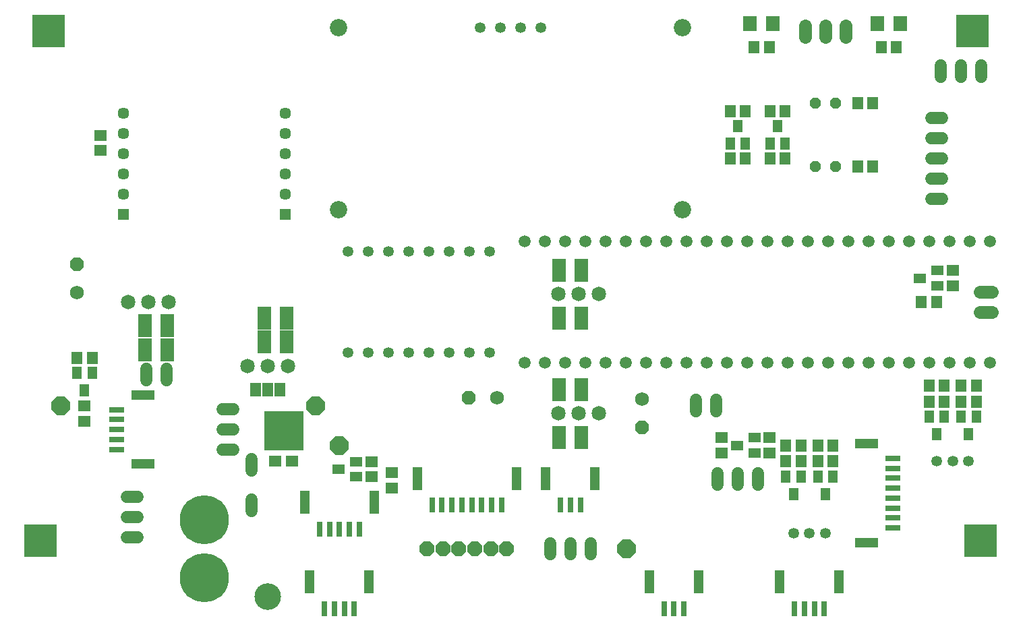
<source format=gbr>
G04 EAGLE Gerber RS-274X export*
G75*
%MOMM*%
%FSLAX34Y34*%
%LPD*%
%INSoldermask Top*%
%IPPOS*%
%AMOC8*
5,1,8,0,0,1.08239X$1,22.5*%
G01*
%ADD10C,3.350000*%
%ADD11C,1.515200*%
%ADD12C,1.650000*%
%ADD13R,1.450000X1.450000*%
%ADD14C,1.450000*%
%ADD15R,0.750000X1.850000*%
%ADD16R,1.150000X2.950000*%
%ADD17C,1.550000*%
%ADD18P,1.976877X8X202.500000*%
%ADD19C,1.350000*%
%ADD20R,1.750000X1.953000*%
%ADD21R,1.450000X1.650000*%
%ADD22C,1.566000*%
%ADD23R,1.850000X0.750000*%
%ADD24R,2.950000X1.150000*%
%ADD25C,2.182000*%
%ADD26C,6.150000*%
%ADD27R,4.950000X4.870000*%
%ADD28R,1.550000X1.420000*%
%ADD29C,1.826400*%
%ADD30R,1.650000X1.450000*%
%ADD31R,1.318400X1.750200*%
%ADD32P,1.894399X8X112.500000*%
%ADD33C,1.750200*%
%ADD34R,1.550000X1.150000*%
%ADD35R,1.150000X1.550000*%
%ADD36P,1.894399X8X202.500000*%
%ADD37P,1.894399X8X292.500000*%
%ADD38R,1.750000X2.850000*%
%ADD39P,1.475081X8X202.500000*%
%ADD40P,2.499239X8X22.500000*%
%ADD41R,4.110000X4.110000*%


D10*
X310000Y40000D03*
D11*
X1217100Y486200D03*
X1191700Y486200D03*
X1166300Y486200D03*
X1140900Y486200D03*
X1115500Y486200D03*
X1090100Y486200D03*
X1064700Y486200D03*
X1039300Y486200D03*
X1013900Y486200D03*
X988500Y486200D03*
X963100Y486200D03*
X937700Y486200D03*
X912300Y486200D03*
X886900Y486200D03*
X836100Y486200D03*
X810700Y486200D03*
X785300Y486200D03*
X759900Y486200D03*
X886900Y333800D03*
X912300Y333800D03*
X937700Y333800D03*
X963100Y333800D03*
X988500Y333800D03*
X1013900Y333800D03*
X1039300Y333800D03*
X1064700Y333800D03*
X1090100Y333800D03*
X1115500Y333800D03*
X1140900Y333800D03*
X1166300Y333800D03*
X1191700Y333800D03*
X1217100Y333800D03*
X861500Y486200D03*
X759900Y333800D03*
X785300Y333800D03*
X810700Y333800D03*
X836100Y333800D03*
X861500Y333800D03*
X734500Y486200D03*
X709100Y486200D03*
X683700Y486200D03*
X658300Y486200D03*
X632900Y486200D03*
X632900Y333800D03*
X734500Y333800D03*
X709100Y333800D03*
X683700Y333800D03*
X658300Y333800D03*
D12*
X1204400Y422700D02*
X1219400Y422700D01*
X1219400Y397300D02*
X1204400Y397300D01*
D13*
X331600Y520000D03*
D14*
X331600Y545400D03*
D13*
X128400Y520000D03*
D14*
X331600Y647000D03*
X128400Y647000D03*
X331600Y570800D03*
X128400Y596200D03*
X128400Y621600D03*
X331600Y596200D03*
X331600Y621600D03*
X128400Y545400D03*
X128400Y570800D03*
D15*
X418750Y25000D03*
X406250Y25000D03*
D16*
X362750Y58500D03*
X437250Y58500D03*
D15*
X393750Y25000D03*
X381250Y25000D03*
X1008750Y25000D03*
X996250Y25000D03*
D16*
X952750Y58500D03*
X1027250Y58500D03*
D15*
X983750Y25000D03*
X971250Y25000D03*
X832500Y25000D03*
X820000Y25000D03*
D16*
X789000Y58500D03*
X851000Y58500D03*
D15*
X807500Y25000D03*
D17*
X690000Y93000D02*
X690000Y107000D01*
X664600Y107000D02*
X664600Y93000D01*
X715400Y93000D02*
X715400Y107000D01*
X147000Y140000D02*
X133000Y140000D01*
X133000Y114600D02*
X147000Y114600D01*
X147000Y165400D02*
X133000Y165400D01*
D18*
X590000Y100000D03*
X570000Y100000D03*
X550000Y100000D03*
X530000Y100000D03*
X610000Y100000D03*
X510000Y100000D03*
D19*
X588900Y473500D03*
X563500Y473500D03*
X538100Y473500D03*
X512700Y473500D03*
X487300Y473500D03*
X461900Y473500D03*
X436500Y473500D03*
X411100Y473500D03*
X588900Y346500D03*
X563500Y346500D03*
X538100Y346500D03*
X512700Y346500D03*
X487300Y346500D03*
X461900Y346500D03*
X436500Y346500D03*
X411100Y346500D03*
D12*
X1035400Y742500D02*
X1035400Y757500D01*
X1010000Y757500D02*
X1010000Y742500D01*
X984600Y742500D02*
X984600Y757500D01*
D20*
X915780Y760000D03*
X944220Y760000D03*
X1104220Y760000D03*
X1075780Y760000D03*
D21*
X920500Y730000D03*
X939500Y730000D03*
X1080500Y730000D03*
X1099500Y730000D03*
D22*
X925400Y195180D02*
X925400Y181020D01*
X900000Y181020D02*
X900000Y195180D01*
X874600Y195180D02*
X874600Y181020D01*
D23*
X1095000Y213750D03*
X1095000Y201250D03*
D24*
X1061500Y107750D03*
X1061500Y232250D03*
D23*
X1095000Y188750D03*
X1095000Y176250D03*
X1095000Y163750D03*
X1095000Y151250D03*
X1095000Y138750D03*
X1095000Y126250D03*
D15*
X425000Y125000D03*
X412500Y125000D03*
D16*
X356500Y158500D03*
X443500Y158500D03*
D15*
X400000Y125000D03*
X387500Y125000D03*
X375000Y125000D03*
D23*
X120000Y225000D03*
X120000Y237500D03*
D24*
X153500Y293500D03*
X153500Y206500D03*
D23*
X120000Y250000D03*
X120000Y262500D03*
X120000Y275000D03*
D19*
X990000Y120000D03*
X1010000Y120000D03*
X970000Y120000D03*
D15*
X702500Y155000D03*
X690000Y155000D03*
D16*
X659000Y188500D03*
X721000Y188500D03*
D15*
X677500Y155000D03*
D25*
X399100Y754300D03*
X830900Y754300D03*
X399100Y525700D03*
X830900Y525700D03*
D19*
X576900Y754300D03*
X602300Y754300D03*
X627700Y754300D03*
X653100Y754300D03*
D26*
X230000Y136250D03*
X230000Y63750D03*
D15*
X603750Y155000D03*
X591250Y155000D03*
D16*
X497750Y188500D03*
X622250Y188500D03*
D15*
X578750Y155000D03*
X566250Y155000D03*
X553750Y155000D03*
X541250Y155000D03*
X528750Y155000D03*
X516250Y155000D03*
D27*
X330000Y248100D03*
D28*
X319600Y210000D03*
X340400Y210000D03*
D17*
X290000Y212400D02*
X290000Y198400D01*
X290000Y161600D02*
X290000Y147600D01*
D29*
X674600Y270000D03*
X700000Y270000D03*
X725400Y270000D03*
X674600Y420000D03*
X700000Y420000D03*
X725400Y420000D03*
X185400Y410000D03*
X160000Y410000D03*
X134600Y410000D03*
X335400Y330000D03*
X310000Y330000D03*
X284600Y330000D03*
D30*
X100000Y619500D03*
X100000Y600500D03*
D31*
X325240Y300000D03*
X310000Y300000D03*
X294760Y300000D03*
D32*
X70000Y457780D03*
D33*
X70000Y422220D03*
D34*
X1129000Y440000D03*
X1151000Y449500D03*
X1151000Y430500D03*
D30*
X1170000Y430500D03*
X1170000Y449500D03*
D21*
X1149500Y410000D03*
X1130500Y410000D03*
D35*
X80000Y299000D03*
X70500Y321000D03*
X89500Y321000D03*
D21*
X89500Y340000D03*
X70500Y340000D03*
D30*
X80000Y260500D03*
X80000Y279500D03*
D34*
X399000Y200000D03*
X421000Y209500D03*
X421000Y190500D03*
D30*
X440000Y190500D03*
X440000Y209500D03*
X466000Y176500D03*
X466000Y195500D03*
D35*
X900000Y631000D03*
X909500Y609000D03*
X890500Y609000D03*
D21*
X890500Y590000D03*
X909500Y590000D03*
X909500Y650000D03*
X890500Y650000D03*
D35*
X950000Y631000D03*
X959500Y609000D03*
X940500Y609000D03*
D21*
X940500Y590000D03*
X959500Y590000D03*
X940500Y650000D03*
X959500Y650000D03*
D36*
X562220Y290000D03*
D33*
X597780Y290000D03*
D35*
X1010000Y169000D03*
X1000500Y191000D03*
X1019500Y191000D03*
D37*
X780000Y252220D03*
D33*
X780000Y287780D03*
D21*
X1019500Y210000D03*
X1000500Y210000D03*
X1000500Y230000D03*
X1019500Y230000D03*
D35*
X970000Y169000D03*
X960500Y191000D03*
X979500Y191000D03*
D21*
X979500Y210000D03*
X960500Y210000D03*
X960500Y230000D03*
X979500Y230000D03*
D38*
X676000Y240000D03*
X704000Y240000D03*
X676000Y300000D03*
X704000Y300000D03*
X676000Y390000D03*
X704000Y390000D03*
X676000Y450000D03*
X704000Y450000D03*
X184000Y380000D03*
X156000Y380000D03*
X184000Y350000D03*
X156000Y350000D03*
X334000Y360000D03*
X306000Y360000D03*
X334000Y390000D03*
X306000Y390000D03*
D39*
X1022700Y660000D03*
X997300Y660000D03*
X1022700Y580000D03*
X997300Y580000D03*
D21*
X1069500Y660000D03*
X1050500Y660000D03*
X1069500Y580000D03*
X1050500Y580000D03*
D34*
X899000Y230000D03*
X921000Y239500D03*
X921000Y220500D03*
D30*
X940000Y220500D03*
X940000Y239500D03*
X880000Y239500D03*
X880000Y220500D03*
D22*
X1205400Y692920D02*
X1205400Y707080D01*
X1180000Y707080D02*
X1180000Y692920D01*
X1154600Y692920D02*
X1154600Y707080D01*
X1157080Y640800D02*
X1142920Y640800D01*
X1142920Y615400D02*
X1157080Y615400D01*
X1157080Y590000D02*
X1142920Y590000D01*
X1142920Y564600D02*
X1157080Y564600D01*
X1157080Y539200D02*
X1142920Y539200D01*
X157300Y326080D02*
X157300Y311920D01*
X182700Y311920D02*
X182700Y326080D01*
X847300Y287080D02*
X847300Y272920D01*
X872700Y272920D02*
X872700Y287080D01*
X267080Y275400D02*
X252920Y275400D01*
X252920Y250000D02*
X267080Y250000D01*
X267080Y224600D02*
X252920Y224600D01*
D40*
X400000Y230000D03*
X50000Y280000D03*
X760000Y100000D03*
D35*
X1190000Y244000D03*
X1180500Y266000D03*
X1199500Y266000D03*
D21*
X1199500Y285000D03*
X1180500Y285000D03*
X1180500Y305000D03*
X1199500Y305000D03*
D19*
X1170000Y210000D03*
X1190000Y210000D03*
X1150000Y210000D03*
D35*
X1150000Y244000D03*
X1140500Y266000D03*
X1159500Y266000D03*
D21*
X1159500Y285000D03*
X1140500Y285000D03*
X1140500Y305000D03*
X1159500Y305000D03*
D40*
X370000Y280000D03*
D41*
X35000Y750000D03*
X1195000Y750000D03*
X25000Y110000D03*
X1205000Y110000D03*
M02*

</source>
